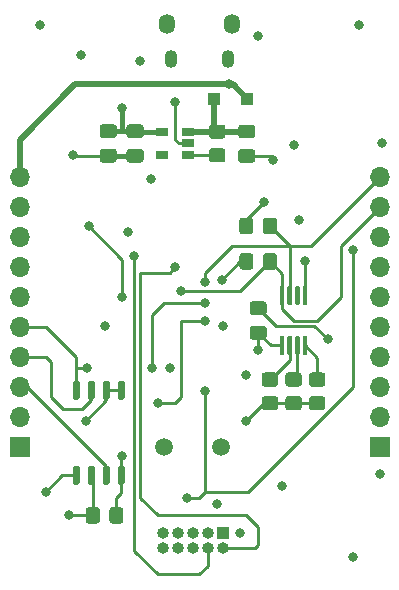
<source format=gbr>
G04 #@! TF.GenerationSoftware,KiCad,Pcbnew,(5.1.9)-1*
G04 #@! TF.CreationDate,2021-04-03T09:41:49-07:00*
G04 #@! TF.ProjectId,Avionics,4176696f-6e69-4637-932e-6b696361645f,rev?*
G04 #@! TF.SameCoordinates,Original*
G04 #@! TF.FileFunction,Copper,L4,Bot*
G04 #@! TF.FilePolarity,Positive*
%FSLAX46Y46*%
G04 Gerber Fmt 4.6, Leading zero omitted, Abs format (unit mm)*
G04 Created by KiCad (PCBNEW (5.1.9)-1) date 2021-04-03 09:41:49*
%MOMM*%
%LPD*%
G01*
G04 APERTURE LIST*
G04 #@! TA.AperFunction,ComponentPad*
%ADD10R,1.700000X1.700000*%
G04 #@! TD*
G04 #@! TA.AperFunction,ComponentPad*
%ADD11O,1.700000X1.700000*%
G04 #@! TD*
G04 #@! TA.AperFunction,SMDPad,CuDef*
%ADD12R,1.100000X1.100000*%
G04 #@! TD*
G04 #@! TA.AperFunction,ComponentPad*
%ADD13R,1.000000X1.000000*%
G04 #@! TD*
G04 #@! TA.AperFunction,ComponentPad*
%ADD14O,1.000000X1.000000*%
G04 #@! TD*
G04 #@! TA.AperFunction,ComponentPad*
%ADD15O,1.100000X1.500000*%
G04 #@! TD*
G04 #@! TA.AperFunction,ComponentPad*
%ADD16O,1.350000X1.700000*%
G04 #@! TD*
G04 #@! TA.AperFunction,SMDPad,CuDef*
%ADD17R,1.060000X0.650000*%
G04 #@! TD*
G04 #@! TA.AperFunction,ComponentPad*
%ADD18C,1.500000*%
G04 #@! TD*
G04 #@! TA.AperFunction,ViaPad*
%ADD19C,0.800000*%
G04 #@! TD*
G04 #@! TA.AperFunction,Conductor*
%ADD20C,0.250000*%
G04 #@! TD*
G04 #@! TA.AperFunction,Conductor*
%ADD21C,0.400000*%
G04 #@! TD*
G04 #@! TA.AperFunction,Conductor*
%ADD22C,0.500000*%
G04 #@! TD*
G04 APERTURE END LIST*
D10*
X192280000Y-96700000D03*
D11*
X192280000Y-94160000D03*
X192280000Y-91620000D03*
X192280000Y-89080000D03*
X192280000Y-86540000D03*
X192280000Y-84000000D03*
X192280000Y-81460000D03*
X192280000Y-78920000D03*
X192280000Y-76380000D03*
X192280000Y-73840000D03*
D12*
X178290000Y-67240000D03*
X181090000Y-67240000D03*
D13*
X179000000Y-104000000D03*
D14*
X179000000Y-105270000D03*
X177730000Y-104000000D03*
X177730000Y-105270000D03*
X176460000Y-104000000D03*
X176460000Y-105270000D03*
X175190000Y-104000000D03*
X175190000Y-105270000D03*
X173920000Y-104000000D03*
X173920000Y-105270000D03*
D15*
X179445000Y-63885000D03*
X174605000Y-63885000D03*
D16*
X179755000Y-60885000D03*
X174295000Y-60885000D03*
G04 #@! TA.AperFunction,SMDPad,CuDef*
G36*
G01*
X178980001Y-70610000D02*
X178079999Y-70610000D01*
G75*
G02*
X177830000Y-70360001I0J249999D01*
G01*
X177830000Y-69659999D01*
G75*
G02*
X178079999Y-69410000I249999J0D01*
G01*
X178980001Y-69410000D01*
G75*
G02*
X179230000Y-69659999I0J-249999D01*
G01*
X179230000Y-70360001D01*
G75*
G02*
X178980001Y-70610000I-249999J0D01*
G01*
G37*
G04 #@! TD.AperFunction*
G04 #@! TA.AperFunction,SMDPad,CuDef*
G36*
G01*
X178980001Y-72610000D02*
X178079999Y-72610000D01*
G75*
G02*
X177830000Y-72360001I0J249999D01*
G01*
X177830000Y-71659999D01*
G75*
G02*
X178079999Y-71410000I249999J0D01*
G01*
X178980001Y-71410000D01*
G75*
G02*
X179230000Y-71659999I0J-249999D01*
G01*
X179230000Y-72360001D01*
G75*
G02*
X178980001Y-72610000I-249999J0D01*
G01*
G37*
G04 #@! TD.AperFunction*
G04 #@! TA.AperFunction,SMDPad,CuDef*
G36*
G01*
X168600000Y-102049999D02*
X168600000Y-102950001D01*
G75*
G02*
X168350001Y-103200000I-249999J0D01*
G01*
X167649999Y-103200000D01*
G75*
G02*
X167400000Y-102950001I0J249999D01*
G01*
X167400000Y-102049999D01*
G75*
G02*
X167649999Y-101800000I249999J0D01*
G01*
X168350001Y-101800000D01*
G75*
G02*
X168600000Y-102049999I0J-249999D01*
G01*
G37*
G04 #@! TD.AperFunction*
G04 #@! TA.AperFunction,SMDPad,CuDef*
G36*
G01*
X170600000Y-102049999D02*
X170600000Y-102950001D01*
G75*
G02*
X170350001Y-103200000I-249999J0D01*
G01*
X169649999Y-103200000D01*
G75*
G02*
X169400000Y-102950001I0J249999D01*
G01*
X169400000Y-102049999D01*
G75*
G02*
X169649999Y-101800000I249999J0D01*
G01*
X170350001Y-101800000D01*
G75*
G02*
X170600000Y-102049999I0J-249999D01*
G01*
G37*
G04 #@! TD.AperFunction*
G04 #@! TA.AperFunction,SMDPad,CuDef*
G36*
G01*
X183450001Y-93600000D02*
X182549999Y-93600000D01*
G75*
G02*
X182300000Y-93350001I0J249999D01*
G01*
X182300000Y-92649999D01*
G75*
G02*
X182549999Y-92400000I249999J0D01*
G01*
X183450001Y-92400000D01*
G75*
G02*
X183700000Y-92649999I0J-249999D01*
G01*
X183700000Y-93350001D01*
G75*
G02*
X183450001Y-93600000I-249999J0D01*
G01*
G37*
G04 #@! TD.AperFunction*
G04 #@! TA.AperFunction,SMDPad,CuDef*
G36*
G01*
X183450001Y-91600000D02*
X182549999Y-91600000D01*
G75*
G02*
X182300000Y-91350001I0J249999D01*
G01*
X182300000Y-90649999D01*
G75*
G02*
X182549999Y-90400000I249999J0D01*
G01*
X183450001Y-90400000D01*
G75*
G02*
X183700000Y-90649999I0J-249999D01*
G01*
X183700000Y-91350001D01*
G75*
G02*
X183450001Y-91600000I-249999J0D01*
G01*
G37*
G04 #@! TD.AperFunction*
G04 #@! TA.AperFunction,SMDPad,CuDef*
G36*
G01*
X183600000Y-77549999D02*
X183600000Y-78450001D01*
G75*
G02*
X183350001Y-78700000I-249999J0D01*
G01*
X182649999Y-78700000D01*
G75*
G02*
X182400000Y-78450001I0J249999D01*
G01*
X182400000Y-77549999D01*
G75*
G02*
X182649999Y-77300000I249999J0D01*
G01*
X183350001Y-77300000D01*
G75*
G02*
X183600000Y-77549999I0J-249999D01*
G01*
G37*
G04 #@! TD.AperFunction*
G04 #@! TA.AperFunction,SMDPad,CuDef*
G36*
G01*
X181600000Y-77549999D02*
X181600000Y-78450001D01*
G75*
G02*
X181350001Y-78700000I-249999J0D01*
G01*
X180649999Y-78700000D01*
G75*
G02*
X180400000Y-78450001I0J249999D01*
G01*
X180400000Y-77549999D01*
G75*
G02*
X180649999Y-77300000I249999J0D01*
G01*
X181350001Y-77300000D01*
G75*
G02*
X181600000Y-77549999I0J-249999D01*
G01*
G37*
G04 #@! TD.AperFunction*
G04 #@! TA.AperFunction,SMDPad,CuDef*
G36*
G01*
X185450001Y-91600000D02*
X184549999Y-91600000D01*
G75*
G02*
X184300000Y-91350001I0J249999D01*
G01*
X184300000Y-90649999D01*
G75*
G02*
X184549999Y-90400000I249999J0D01*
G01*
X185450001Y-90400000D01*
G75*
G02*
X185700000Y-90649999I0J-249999D01*
G01*
X185700000Y-91350001D01*
G75*
G02*
X185450001Y-91600000I-249999J0D01*
G01*
G37*
G04 #@! TD.AperFunction*
G04 #@! TA.AperFunction,SMDPad,CuDef*
G36*
G01*
X185450001Y-93600000D02*
X184549999Y-93600000D01*
G75*
G02*
X184300000Y-93350001I0J249999D01*
G01*
X184300000Y-92649999D01*
G75*
G02*
X184549999Y-92400000I249999J0D01*
G01*
X185450001Y-92400000D01*
G75*
G02*
X185700000Y-92649999I0J-249999D01*
G01*
X185700000Y-93350001D01*
G75*
G02*
X185450001Y-93600000I-249999J0D01*
G01*
G37*
G04 #@! TD.AperFunction*
G04 #@! TA.AperFunction,SMDPad,CuDef*
G36*
G01*
X183600000Y-80549999D02*
X183600000Y-81450001D01*
G75*
G02*
X183350001Y-81700000I-249999J0D01*
G01*
X182649999Y-81700000D01*
G75*
G02*
X182400000Y-81450001I0J249999D01*
G01*
X182400000Y-80549999D01*
G75*
G02*
X182649999Y-80300000I249999J0D01*
G01*
X183350001Y-80300000D01*
G75*
G02*
X183600000Y-80549999I0J-249999D01*
G01*
G37*
G04 #@! TD.AperFunction*
G04 #@! TA.AperFunction,SMDPad,CuDef*
G36*
G01*
X181600000Y-80549999D02*
X181600000Y-81450001D01*
G75*
G02*
X181350001Y-81700000I-249999J0D01*
G01*
X180649999Y-81700000D01*
G75*
G02*
X180400000Y-81450001I0J249999D01*
G01*
X180400000Y-80549999D01*
G75*
G02*
X180649999Y-80300000I249999J0D01*
G01*
X181350001Y-80300000D01*
G75*
G02*
X181600000Y-80549999I0J-249999D01*
G01*
G37*
G04 #@! TD.AperFunction*
G04 #@! TA.AperFunction,SMDPad,CuDef*
G36*
G01*
X187450001Y-93600000D02*
X186549999Y-93600000D01*
G75*
G02*
X186300000Y-93350001I0J249999D01*
G01*
X186300000Y-92649999D01*
G75*
G02*
X186549999Y-92400000I249999J0D01*
G01*
X187450001Y-92400000D01*
G75*
G02*
X187700000Y-92649999I0J-249999D01*
G01*
X187700000Y-93350001D01*
G75*
G02*
X187450001Y-93600000I-249999J0D01*
G01*
G37*
G04 #@! TD.AperFunction*
G04 #@! TA.AperFunction,SMDPad,CuDef*
G36*
G01*
X187450001Y-91600000D02*
X186549999Y-91600000D01*
G75*
G02*
X186300000Y-91350001I0J249999D01*
G01*
X186300000Y-90649999D01*
G75*
G02*
X186549999Y-90400000I249999J0D01*
G01*
X187450001Y-90400000D01*
G75*
G02*
X187700000Y-90649999I0J-249999D01*
G01*
X187700000Y-91350001D01*
G75*
G02*
X187450001Y-91600000I-249999J0D01*
G01*
G37*
G04 #@! TD.AperFunction*
D17*
X176100000Y-70050000D03*
X176100000Y-71000000D03*
X176100000Y-71950000D03*
X173900000Y-71950000D03*
X173900000Y-70050000D03*
G04 #@! TA.AperFunction,SMDPad,CuDef*
G36*
G01*
X183925000Y-83075000D02*
X184125000Y-83075000D01*
G75*
G02*
X184225000Y-83175000I0J-100000D01*
G01*
X184225000Y-84600000D01*
G75*
G02*
X184125000Y-84700000I-100000J0D01*
G01*
X183925000Y-84700000D01*
G75*
G02*
X183825000Y-84600000I0J100000D01*
G01*
X183825000Y-83175000D01*
G75*
G02*
X183925000Y-83075000I100000J0D01*
G01*
G37*
G04 #@! TD.AperFunction*
G04 #@! TA.AperFunction,SMDPad,CuDef*
G36*
G01*
X184575000Y-83075000D02*
X184775000Y-83075000D01*
G75*
G02*
X184875000Y-83175000I0J-100000D01*
G01*
X184875000Y-84600000D01*
G75*
G02*
X184775000Y-84700000I-100000J0D01*
G01*
X184575000Y-84700000D01*
G75*
G02*
X184475000Y-84600000I0J100000D01*
G01*
X184475000Y-83175000D01*
G75*
G02*
X184575000Y-83075000I100000J0D01*
G01*
G37*
G04 #@! TD.AperFunction*
G04 #@! TA.AperFunction,SMDPad,CuDef*
G36*
G01*
X185225000Y-83075000D02*
X185425000Y-83075000D01*
G75*
G02*
X185525000Y-83175000I0J-100000D01*
G01*
X185525000Y-84600000D01*
G75*
G02*
X185425000Y-84700000I-100000J0D01*
G01*
X185225000Y-84700000D01*
G75*
G02*
X185125000Y-84600000I0J100000D01*
G01*
X185125000Y-83175000D01*
G75*
G02*
X185225000Y-83075000I100000J0D01*
G01*
G37*
G04 #@! TD.AperFunction*
G04 #@! TA.AperFunction,SMDPad,CuDef*
G36*
G01*
X185875000Y-83075000D02*
X186075000Y-83075000D01*
G75*
G02*
X186175000Y-83175000I0J-100000D01*
G01*
X186175000Y-84600000D01*
G75*
G02*
X186075000Y-84700000I-100000J0D01*
G01*
X185875000Y-84700000D01*
G75*
G02*
X185775000Y-84600000I0J100000D01*
G01*
X185775000Y-83175000D01*
G75*
G02*
X185875000Y-83075000I100000J0D01*
G01*
G37*
G04 #@! TD.AperFunction*
G04 #@! TA.AperFunction,SMDPad,CuDef*
G36*
G01*
X185875000Y-87300000D02*
X186075000Y-87300000D01*
G75*
G02*
X186175000Y-87400000I0J-100000D01*
G01*
X186175000Y-88825000D01*
G75*
G02*
X186075000Y-88925000I-100000J0D01*
G01*
X185875000Y-88925000D01*
G75*
G02*
X185775000Y-88825000I0J100000D01*
G01*
X185775000Y-87400000D01*
G75*
G02*
X185875000Y-87300000I100000J0D01*
G01*
G37*
G04 #@! TD.AperFunction*
G04 #@! TA.AperFunction,SMDPad,CuDef*
G36*
G01*
X185225000Y-87300000D02*
X185425000Y-87300000D01*
G75*
G02*
X185525000Y-87400000I0J-100000D01*
G01*
X185525000Y-88825000D01*
G75*
G02*
X185425000Y-88925000I-100000J0D01*
G01*
X185225000Y-88925000D01*
G75*
G02*
X185125000Y-88825000I0J100000D01*
G01*
X185125000Y-87400000D01*
G75*
G02*
X185225000Y-87300000I100000J0D01*
G01*
G37*
G04 #@! TD.AperFunction*
G04 #@! TA.AperFunction,SMDPad,CuDef*
G36*
G01*
X184575000Y-87300000D02*
X184775000Y-87300000D01*
G75*
G02*
X184875000Y-87400000I0J-100000D01*
G01*
X184875000Y-88825000D01*
G75*
G02*
X184775000Y-88925000I-100000J0D01*
G01*
X184575000Y-88925000D01*
G75*
G02*
X184475000Y-88825000I0J100000D01*
G01*
X184475000Y-87400000D01*
G75*
G02*
X184575000Y-87300000I100000J0D01*
G01*
G37*
G04 #@! TD.AperFunction*
G04 #@! TA.AperFunction,SMDPad,CuDef*
G36*
G01*
X183925000Y-87300000D02*
X184125000Y-87300000D01*
G75*
G02*
X184225000Y-87400000I0J-100000D01*
G01*
X184225000Y-88825000D01*
G75*
G02*
X184125000Y-88925000I-100000J0D01*
G01*
X183925000Y-88925000D01*
G75*
G02*
X183825000Y-88825000I0J100000D01*
G01*
X183825000Y-87400000D01*
G75*
G02*
X183925000Y-87300000I100000J0D01*
G01*
G37*
G04 #@! TD.AperFunction*
G04 #@! TA.AperFunction,SMDPad,CuDef*
G36*
G01*
X170555000Y-99900000D02*
X170255000Y-99900000D01*
G75*
G02*
X170105000Y-99750000I0J150000D01*
G01*
X170105000Y-98450000D01*
G75*
G02*
X170255000Y-98300000I150000J0D01*
G01*
X170555000Y-98300000D01*
G75*
G02*
X170705000Y-98450000I0J-150000D01*
G01*
X170705000Y-99750000D01*
G75*
G02*
X170555000Y-99900000I-150000J0D01*
G01*
G37*
G04 #@! TD.AperFunction*
G04 #@! TA.AperFunction,SMDPad,CuDef*
G36*
G01*
X169285000Y-99900000D02*
X168985000Y-99900000D01*
G75*
G02*
X168835000Y-99750000I0J150000D01*
G01*
X168835000Y-98450000D01*
G75*
G02*
X168985000Y-98300000I150000J0D01*
G01*
X169285000Y-98300000D01*
G75*
G02*
X169435000Y-98450000I0J-150000D01*
G01*
X169435000Y-99750000D01*
G75*
G02*
X169285000Y-99900000I-150000J0D01*
G01*
G37*
G04 #@! TD.AperFunction*
G04 #@! TA.AperFunction,SMDPad,CuDef*
G36*
G01*
X168015000Y-99900000D02*
X167715000Y-99900000D01*
G75*
G02*
X167565000Y-99750000I0J150000D01*
G01*
X167565000Y-98450000D01*
G75*
G02*
X167715000Y-98300000I150000J0D01*
G01*
X168015000Y-98300000D01*
G75*
G02*
X168165000Y-98450000I0J-150000D01*
G01*
X168165000Y-99750000D01*
G75*
G02*
X168015000Y-99900000I-150000J0D01*
G01*
G37*
G04 #@! TD.AperFunction*
G04 #@! TA.AperFunction,SMDPad,CuDef*
G36*
G01*
X166745000Y-99900000D02*
X166445000Y-99900000D01*
G75*
G02*
X166295000Y-99750000I0J150000D01*
G01*
X166295000Y-98450000D01*
G75*
G02*
X166445000Y-98300000I150000J0D01*
G01*
X166745000Y-98300000D01*
G75*
G02*
X166895000Y-98450000I0J-150000D01*
G01*
X166895000Y-99750000D01*
G75*
G02*
X166745000Y-99900000I-150000J0D01*
G01*
G37*
G04 #@! TD.AperFunction*
G04 #@! TA.AperFunction,SMDPad,CuDef*
G36*
G01*
X166745000Y-92700000D02*
X166445000Y-92700000D01*
G75*
G02*
X166295000Y-92550000I0J150000D01*
G01*
X166295000Y-91250000D01*
G75*
G02*
X166445000Y-91100000I150000J0D01*
G01*
X166745000Y-91100000D01*
G75*
G02*
X166895000Y-91250000I0J-150000D01*
G01*
X166895000Y-92550000D01*
G75*
G02*
X166745000Y-92700000I-150000J0D01*
G01*
G37*
G04 #@! TD.AperFunction*
G04 #@! TA.AperFunction,SMDPad,CuDef*
G36*
G01*
X168015000Y-92700000D02*
X167715000Y-92700000D01*
G75*
G02*
X167565000Y-92550000I0J150000D01*
G01*
X167565000Y-91250000D01*
G75*
G02*
X167715000Y-91100000I150000J0D01*
G01*
X168015000Y-91100000D01*
G75*
G02*
X168165000Y-91250000I0J-150000D01*
G01*
X168165000Y-92550000D01*
G75*
G02*
X168015000Y-92700000I-150000J0D01*
G01*
G37*
G04 #@! TD.AperFunction*
G04 #@! TA.AperFunction,SMDPad,CuDef*
G36*
G01*
X169285000Y-92700000D02*
X168985000Y-92700000D01*
G75*
G02*
X168835000Y-92550000I0J150000D01*
G01*
X168835000Y-91250000D01*
G75*
G02*
X168985000Y-91100000I150000J0D01*
G01*
X169285000Y-91100000D01*
G75*
G02*
X169435000Y-91250000I0J-150000D01*
G01*
X169435000Y-92550000D01*
G75*
G02*
X169285000Y-92700000I-150000J0D01*
G01*
G37*
G04 #@! TD.AperFunction*
G04 #@! TA.AperFunction,SMDPad,CuDef*
G36*
G01*
X170555000Y-92700000D02*
X170255000Y-92700000D01*
G75*
G02*
X170105000Y-92550000I0J150000D01*
G01*
X170105000Y-91250000D01*
G75*
G02*
X170255000Y-91100000I150000J0D01*
G01*
X170555000Y-91100000D01*
G75*
G02*
X170705000Y-91250000I0J-150000D01*
G01*
X170705000Y-92550000D01*
G75*
G02*
X170555000Y-92700000I-150000J0D01*
G01*
G37*
G04 #@! TD.AperFunction*
D18*
X174000000Y-96700000D03*
X178880000Y-96700000D03*
D10*
X161800000Y-96700000D03*
D11*
X161800000Y-94160000D03*
X161800000Y-91620000D03*
X161800000Y-89080000D03*
X161800000Y-86540000D03*
X161800000Y-84000000D03*
X161800000Y-81460000D03*
X161800000Y-78920000D03*
X161800000Y-76380000D03*
X161800000Y-73840000D03*
G04 #@! TA.AperFunction,SMDPad,CuDef*
G36*
G01*
X180555000Y-69405000D02*
X181505000Y-69405000D01*
G75*
G02*
X181755000Y-69655000I0J-250000D01*
G01*
X181755000Y-70330000D01*
G75*
G02*
X181505000Y-70580000I-250000J0D01*
G01*
X180555000Y-70580000D01*
G75*
G02*
X180305000Y-70330000I0J250000D01*
G01*
X180305000Y-69655000D01*
G75*
G02*
X180555000Y-69405000I250000J0D01*
G01*
G37*
G04 #@! TD.AperFunction*
G04 #@! TA.AperFunction,SMDPad,CuDef*
G36*
G01*
X180555000Y-71480000D02*
X181505000Y-71480000D01*
G75*
G02*
X181755000Y-71730000I0J-250000D01*
G01*
X181755000Y-72405000D01*
G75*
G02*
X181505000Y-72655000I-250000J0D01*
G01*
X180555000Y-72655000D01*
G75*
G02*
X180305000Y-72405000I0J250000D01*
G01*
X180305000Y-71730000D01*
G75*
G02*
X180555000Y-71480000I250000J0D01*
G01*
G37*
G04 #@! TD.AperFunction*
G04 #@! TA.AperFunction,SMDPad,CuDef*
G36*
G01*
X168835000Y-71460000D02*
X169785000Y-71460000D01*
G75*
G02*
X170035000Y-71710000I0J-250000D01*
G01*
X170035000Y-72385000D01*
G75*
G02*
X169785000Y-72635000I-250000J0D01*
G01*
X168835000Y-72635000D01*
G75*
G02*
X168585000Y-72385000I0J250000D01*
G01*
X168585000Y-71710000D01*
G75*
G02*
X168835000Y-71460000I250000J0D01*
G01*
G37*
G04 #@! TD.AperFunction*
G04 #@! TA.AperFunction,SMDPad,CuDef*
G36*
G01*
X168835000Y-69385000D02*
X169785000Y-69385000D01*
G75*
G02*
X170035000Y-69635000I0J-250000D01*
G01*
X170035000Y-70310000D01*
G75*
G02*
X169785000Y-70560000I-250000J0D01*
G01*
X168835000Y-70560000D01*
G75*
G02*
X168585000Y-70310000I0J250000D01*
G01*
X168585000Y-69635000D01*
G75*
G02*
X168835000Y-69385000I250000J0D01*
G01*
G37*
G04 #@! TD.AperFunction*
G04 #@! TA.AperFunction,SMDPad,CuDef*
G36*
G01*
X171105000Y-69385000D02*
X172055000Y-69385000D01*
G75*
G02*
X172305000Y-69635000I0J-250000D01*
G01*
X172305000Y-70310000D01*
G75*
G02*
X172055000Y-70560000I-250000J0D01*
G01*
X171105000Y-70560000D01*
G75*
G02*
X170855000Y-70310000I0J250000D01*
G01*
X170855000Y-69635000D01*
G75*
G02*
X171105000Y-69385000I250000J0D01*
G01*
G37*
G04 #@! TD.AperFunction*
G04 #@! TA.AperFunction,SMDPad,CuDef*
G36*
G01*
X171105000Y-71460000D02*
X172055000Y-71460000D01*
G75*
G02*
X172305000Y-71710000I0J-250000D01*
G01*
X172305000Y-72385000D01*
G75*
G02*
X172055000Y-72635000I-250000J0D01*
G01*
X171105000Y-72635000D01*
G75*
G02*
X170855000Y-72385000I0J250000D01*
G01*
X170855000Y-71710000D01*
G75*
G02*
X171105000Y-71460000I250000J0D01*
G01*
G37*
G04 #@! TD.AperFunction*
G04 #@! TA.AperFunction,SMDPad,CuDef*
G36*
G01*
X182475000Y-85550000D02*
X181525000Y-85550000D01*
G75*
G02*
X181275000Y-85300000I0J250000D01*
G01*
X181275000Y-84625000D01*
G75*
G02*
X181525000Y-84375000I250000J0D01*
G01*
X182475000Y-84375000D01*
G75*
G02*
X182725000Y-84625000I0J-250000D01*
G01*
X182725000Y-85300000D01*
G75*
G02*
X182475000Y-85550000I-250000J0D01*
G01*
G37*
G04 #@! TD.AperFunction*
G04 #@! TA.AperFunction,SMDPad,CuDef*
G36*
G01*
X182475000Y-87625000D02*
X181525000Y-87625000D01*
G75*
G02*
X181275000Y-87375000I0J250000D01*
G01*
X181275000Y-86700000D01*
G75*
G02*
X181525000Y-86450000I250000J0D01*
G01*
X182475000Y-86450000D01*
G75*
G02*
X182725000Y-86700000I0J-250000D01*
G01*
X182725000Y-87375000D01*
G75*
G02*
X182475000Y-87625000I-250000J0D01*
G01*
G37*
G04 #@! TD.AperFunction*
D19*
X190500000Y-61000000D03*
X192500000Y-71000000D03*
X175000000Y-67500000D03*
X172900000Y-74000000D03*
X183300000Y-72400000D03*
X185500000Y-77500000D03*
X186000000Y-81000000D03*
X184000000Y-100000000D03*
X190000000Y-106000000D03*
X192300000Y-99000000D03*
X181000000Y-94500000D03*
X163500000Y-61000000D03*
X167000000Y-63500000D03*
X169000000Y-86500000D03*
X164000000Y-100500000D03*
X178500000Y-101500000D03*
X166300000Y-72000000D03*
X182000000Y-61900000D03*
X187900000Y-87600000D03*
X185000000Y-71100000D03*
X167400000Y-94500000D03*
X166000000Y-102500000D03*
X172000000Y-64000000D03*
X170500000Y-68000000D03*
X171000000Y-78500000D03*
X174500000Y-90000000D03*
X181000000Y-90600000D03*
X182000000Y-88500000D03*
X182500000Y-76000000D03*
X180500000Y-104000000D03*
X178900000Y-82600000D03*
X177504878Y-91974141D03*
X176000000Y-101000000D03*
X190000000Y-80000000D03*
X170500000Y-84000000D03*
X167640000Y-78000000D03*
X179500000Y-66000000D03*
X177500000Y-84500000D03*
X173000000Y-90000000D03*
X167500000Y-90000000D03*
X177500000Y-86000000D03*
X173500000Y-93000000D03*
X175000000Y-81500000D03*
X171500000Y-80500000D03*
X175500000Y-83500000D03*
X177500000Y-82775000D03*
X170500000Y-97500000D03*
X179000000Y-86500000D03*
D20*
X183000000Y-93000000D02*
X185000000Y-93000000D01*
X185000000Y-93000000D02*
X187000000Y-93000000D01*
X175000000Y-70680000D02*
X175000000Y-67500000D01*
X175320000Y-71000000D02*
X175000000Y-70680000D01*
X176100000Y-71000000D02*
X175320000Y-71000000D01*
X185975000Y-81025000D02*
X186000000Y-81000000D01*
X185975000Y-83887500D02*
X185975000Y-81025000D01*
X182500000Y-93000000D02*
X181000000Y-94500000D01*
X183000000Y-93000000D02*
X182500000Y-93000000D01*
X165400000Y-99100000D02*
X164000000Y-100500000D01*
X166595000Y-99100000D02*
X165400000Y-99100000D01*
D21*
X169310000Y-72047500D02*
X171580000Y-72047500D01*
D20*
X182967500Y-72067500D02*
X183300000Y-72400000D01*
X181030000Y-72067500D02*
X182967500Y-72067500D01*
X183487509Y-86450009D02*
X182000000Y-84962500D01*
X186750009Y-86450009D02*
X183487509Y-86450009D01*
X187900000Y-87600000D02*
X186750009Y-86450009D01*
X166347500Y-72047500D02*
X166300000Y-72000000D01*
X169310000Y-72047500D02*
X166347500Y-72047500D01*
X178547500Y-69992500D02*
X178530000Y-70010000D01*
X178530000Y-67480000D02*
X178290000Y-67240000D01*
D22*
X178290000Y-69770000D02*
X178530000Y-70010000D01*
X178290000Y-67240000D02*
X178290000Y-69770000D01*
X181012500Y-70010000D02*
X181030000Y-69992500D01*
X178530000Y-70010000D02*
X181012500Y-70010000D01*
X178490000Y-70050000D02*
X178530000Y-70010000D01*
X176100000Y-70050000D02*
X178490000Y-70050000D01*
D20*
X173822500Y-69972500D02*
X173900000Y-70050000D01*
X183075000Y-88112500D02*
X182000000Y-87037500D01*
X184025000Y-88112500D02*
X183075000Y-88112500D01*
X169135000Y-91900000D02*
X170405000Y-91900000D01*
X168000000Y-99235000D02*
X167865000Y-99100000D01*
X168000000Y-102500000D02*
X168000000Y-99235000D01*
X168000000Y-102500000D02*
X166000000Y-102500000D01*
X169310000Y-69972500D02*
X169420000Y-69972500D01*
X182000000Y-87037500D02*
X182000000Y-88500000D01*
D21*
X170500000Y-69945000D02*
X170527500Y-69972500D01*
X170527500Y-69972500D02*
X171580000Y-69972500D01*
X170500000Y-68000000D02*
X170500000Y-69945000D01*
X169310000Y-69972500D02*
X170527500Y-69972500D01*
X171657500Y-70050000D02*
X171580000Y-69972500D01*
X173900000Y-70050000D02*
X171657500Y-70050000D01*
D20*
X181000000Y-77500000D02*
X182500000Y-76000000D01*
X181000000Y-78000000D02*
X181000000Y-77500000D01*
X181000000Y-81000000D02*
X181000000Y-81300000D01*
X180500000Y-81000000D02*
X178900000Y-82600000D01*
X181000000Y-81000000D02*
X180500000Y-81000000D01*
X169135000Y-92765000D02*
X169135000Y-91900000D01*
X167400000Y-94500000D02*
X169135000Y-92765000D01*
X177504878Y-91974141D02*
X177504878Y-100495122D01*
X177000000Y-101000000D02*
X176000000Y-101000000D01*
X177504878Y-100495122D02*
X177000000Y-101000000D01*
X190000000Y-91613190D02*
X190000000Y-80000000D01*
X181118068Y-100495122D02*
X190000000Y-91613190D01*
X177504878Y-100495122D02*
X181118068Y-100495122D01*
X170500000Y-80860000D02*
X167640000Y-78000000D01*
X170500000Y-84000000D02*
X170500000Y-80860000D01*
D22*
X161800000Y-70700000D02*
X161800000Y-73840000D01*
X166500000Y-66000000D02*
X161800000Y-70700000D01*
X179500000Y-66000000D02*
X166500000Y-66000000D01*
X179850000Y-66000000D02*
X181090000Y-67240000D01*
X179500000Y-66000000D02*
X179850000Y-66000000D01*
D20*
X164040000Y-86540000D02*
X161800000Y-86540000D01*
X166595000Y-89095000D02*
X164040000Y-86540000D01*
X177500000Y-84500000D02*
X174000000Y-84500000D01*
X173000000Y-85500000D02*
X173000000Y-90000000D01*
X174000000Y-84500000D02*
X173000000Y-85500000D01*
X166690000Y-90000000D02*
X166595000Y-89905000D01*
X167500000Y-90000000D02*
X166690000Y-90000000D01*
X166595000Y-89905000D02*
X166595000Y-89095000D01*
X166595000Y-91900000D02*
X166595000Y-89905000D01*
X162455000Y-91620000D02*
X161800000Y-91620000D01*
X169135000Y-98300000D02*
X162455000Y-91620000D01*
X169135000Y-98300000D02*
X169135000Y-99100000D01*
X175500000Y-86000000D02*
X177500000Y-86000000D01*
X175500000Y-92500000D02*
X175500000Y-86000000D01*
X175000000Y-93000000D02*
X175500000Y-92500000D01*
X173500000Y-93000000D02*
X175000000Y-93000000D01*
X164080000Y-89080000D02*
X161800000Y-89080000D01*
X164500000Y-89500000D02*
X164080000Y-89080000D01*
X164500000Y-92500000D02*
X164500000Y-89500000D01*
X165500000Y-93500000D02*
X164500000Y-92500000D01*
X167865000Y-92700000D02*
X167065000Y-93500000D01*
X167065000Y-93500000D02*
X165500000Y-93500000D01*
X167865000Y-91900000D02*
X167865000Y-92700000D01*
X182000000Y-105000000D02*
X181730000Y-105270000D01*
X182000000Y-103500000D02*
X182000000Y-105000000D01*
X181730000Y-105270000D02*
X179000000Y-105270000D01*
X181000000Y-102500000D02*
X182000000Y-103500000D01*
X173500000Y-102500000D02*
X181000000Y-102500000D01*
X172000000Y-101000000D02*
X173500000Y-102500000D01*
X172000000Y-82000000D02*
X172000000Y-101000000D01*
X174500000Y-82000000D02*
X172000000Y-82000000D01*
X175000000Y-81500000D02*
X174500000Y-82000000D01*
X171500000Y-80500000D02*
X171500000Y-105500000D01*
X171500000Y-105500000D02*
X173500000Y-107500000D01*
X173500000Y-107500000D02*
X177000000Y-107500000D01*
X177730000Y-106770000D02*
X177730000Y-105270000D01*
X177000000Y-107500000D02*
X177730000Y-106770000D01*
X184025000Y-82025000D02*
X183000000Y-81000000D01*
X184025000Y-83887500D02*
X184025000Y-82025000D01*
X189000000Y-79660000D02*
X192280000Y-76380000D01*
X189000000Y-84000000D02*
X189000000Y-79660000D01*
X187000000Y-86000000D02*
X189000000Y-84000000D01*
X185000000Y-86000000D02*
X187000000Y-86000000D01*
X184025000Y-85025000D02*
X185000000Y-86000000D01*
X184025000Y-83887500D02*
X184025000Y-85025000D01*
X180500000Y-83500000D02*
X183000000Y-81000000D01*
X175500000Y-83500000D02*
X180500000Y-83500000D01*
X184675000Y-79675000D02*
X183000000Y-78000000D01*
X184675000Y-83887500D02*
X184675000Y-79675000D01*
X186445000Y-79675000D02*
X192280000Y-73840000D01*
X184675000Y-79675000D02*
X186445000Y-79675000D01*
X177500000Y-82775000D02*
X177500000Y-82000000D01*
X179825000Y-79675000D02*
X184675000Y-79675000D01*
X177500000Y-82000000D02*
X179825000Y-79675000D01*
X178470000Y-71950000D02*
X178530000Y-72010000D01*
X176100000Y-71950000D02*
X178470000Y-71950000D01*
X170000000Y-102500000D02*
X170000000Y-101000000D01*
X170405000Y-100595000D02*
X170405000Y-99100000D01*
X170000000Y-101000000D02*
X170405000Y-100595000D01*
X170405000Y-99100000D02*
X170405000Y-97595000D01*
X170405000Y-97595000D02*
X170500000Y-97500000D01*
X184675000Y-89325000D02*
X184675000Y-88112500D01*
X183000000Y-91000000D02*
X184675000Y-89325000D01*
X185325000Y-90675000D02*
X185325000Y-88112500D01*
X185000000Y-91000000D02*
X185325000Y-90675000D01*
X187000000Y-89137500D02*
X185975000Y-88112500D01*
X187000000Y-91000000D02*
X187000000Y-89137500D01*
M02*

</source>
